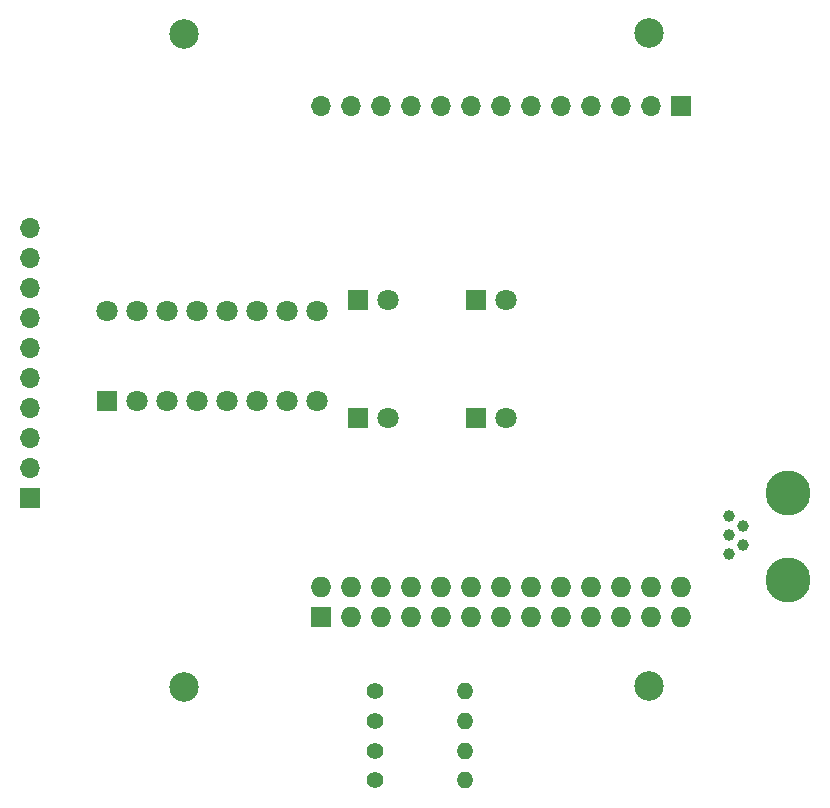
<source format=gbs>
G04 #@! TF.FileFunction,Soldermask,Bot*
%FSLAX46Y46*%
G04 Gerber Fmt 4.6, Leading zero omitted, Abs format (unit mm)*
G04 Created by KiCad (PCBNEW 4.0.5-e0-6337~49~ubuntu16.04.1) date Thu Jan 26 21:30:25 2017*
%MOMM*%
%LPD*%
G01*
G04 APERTURE LIST*
%ADD10C,0.100000*%
%ADD11R,2.200000X1.000000*%
%ADD12C,1.000000*%
%ADD13C,2.500000*%
%ADD14R,1.727200X1.727200*%
%ADD15O,1.727200X1.727200*%
%ADD16R,1.800000X1.800000*%
%ADD17C,1.800000*%
%ADD18C,1.400000*%
%ADD19O,1.400000X1.400000*%
%ADD20R,1.700000X1.700000*%
%ADD21O,1.700000X1.700000*%
%ADD22C,3.800000*%
G04 APERTURE END LIST*
D10*
D11*
X190040000Y-113920000D03*
D12*
X184990000Y-108670000D03*
X186190000Y-109470000D03*
X184990000Y-110270000D03*
X186190000Y-111070000D03*
X184990000Y-111870000D03*
D11*
X190040000Y-106620000D03*
D13*
X178200000Y-123037600D03*
X178200000Y-67800000D03*
D14*
X150456900Y-117221000D03*
D15*
X150456900Y-114681000D03*
X152996900Y-117221000D03*
X152996900Y-114681000D03*
X155536900Y-117221000D03*
X155536900Y-114681000D03*
X158076900Y-117221000D03*
X158076900Y-114681000D03*
X160616900Y-117221000D03*
X160616900Y-114681000D03*
X163156900Y-117221000D03*
X163156900Y-114681000D03*
X165696900Y-117221000D03*
X165696900Y-114681000D03*
X168236900Y-117221000D03*
X168236900Y-114681000D03*
X170776900Y-117221000D03*
X170776900Y-114681000D03*
X173316900Y-117221000D03*
X173316900Y-114681000D03*
X175856900Y-117221000D03*
X175856900Y-114681000D03*
X178396900Y-117221000D03*
X178396900Y-114681000D03*
X180936900Y-117221000D03*
X180936900Y-114681000D03*
D16*
X132300000Y-98880000D03*
D17*
X134840000Y-98880000D03*
X139920000Y-98880000D03*
X142460000Y-98880000D03*
X145000000Y-98880000D03*
X147540000Y-98880000D03*
X150080000Y-98880000D03*
X150080000Y-91260000D03*
X147540000Y-91260000D03*
X145000000Y-91260000D03*
X142460000Y-91260000D03*
X139920000Y-91260000D03*
X137380000Y-91260000D03*
X134840000Y-91260000D03*
X132300000Y-91260000D03*
X137380000Y-98880000D03*
D13*
X138836400Y-67818000D03*
X138836400Y-123114800D03*
D18*
X155001200Y-123447200D03*
D19*
X162621200Y-123447200D03*
D18*
X155001200Y-126047200D03*
D19*
X162621200Y-126047200D03*
D18*
X155001200Y-131047200D03*
D19*
X162621200Y-131047200D03*
D18*
X155001200Y-128547200D03*
D19*
X162621200Y-128547200D03*
D16*
X153543200Y-90390000D03*
D17*
X156083200Y-90390000D03*
D16*
X163543200Y-90390000D03*
D17*
X166083200Y-90390000D03*
D16*
X163543200Y-100390000D03*
D17*
X166083200Y-100390000D03*
D16*
X153543200Y-100390000D03*
D17*
X156083200Y-100390000D03*
D20*
X125790000Y-107170000D03*
D21*
X125790000Y-104630000D03*
X125790000Y-102090000D03*
X125790000Y-99550000D03*
X125790000Y-97010000D03*
X125790000Y-94470000D03*
X125790000Y-91930000D03*
X125790000Y-89390000D03*
X125790000Y-86850000D03*
X125790000Y-84310000D03*
D20*
X180940000Y-73970000D03*
D21*
X178400000Y-73970000D03*
X175860000Y-73970000D03*
X173320000Y-73970000D03*
X170780000Y-73970000D03*
X168240000Y-73970000D03*
X165700000Y-73970000D03*
X163160000Y-73970000D03*
X160620000Y-73970000D03*
X158080000Y-73970000D03*
X155540000Y-73970000D03*
X153000000Y-73970000D03*
X150460000Y-73970000D03*
D22*
X189990000Y-114070000D03*
X189990000Y-106670000D03*
M02*

</source>
